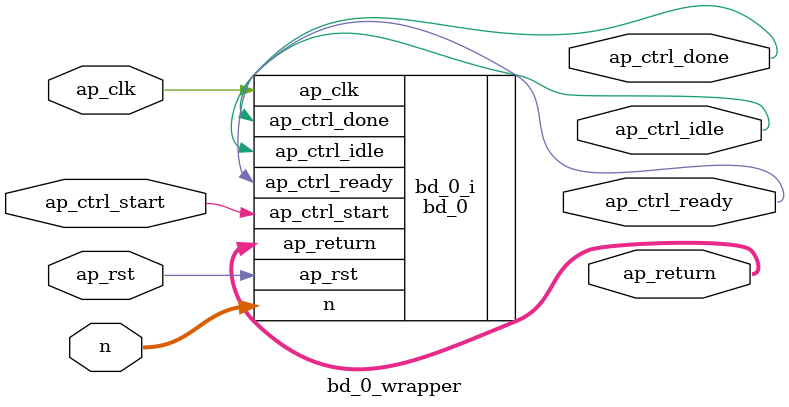
<source format=v>
`timescale 1 ps / 1 ps

module bd_0_wrapper
   (ap_clk,
    ap_ctrl_done,
    ap_ctrl_idle,
    ap_ctrl_ready,
    ap_ctrl_start,
    ap_return,
    ap_rst,
    n);
  input ap_clk;
  output ap_ctrl_done;
  output ap_ctrl_idle;
  output ap_ctrl_ready;
  input ap_ctrl_start;
  output [31:0]ap_return;
  input ap_rst;
  input [31:0]n;

  wire ap_clk;
  wire ap_ctrl_done;
  wire ap_ctrl_idle;
  wire ap_ctrl_ready;
  wire ap_ctrl_start;
  wire [31:0]ap_return;
  wire ap_rst;
  wire [31:0]n;

  bd_0 bd_0_i
       (.ap_clk(ap_clk),
        .ap_ctrl_done(ap_ctrl_done),
        .ap_ctrl_idle(ap_ctrl_idle),
        .ap_ctrl_ready(ap_ctrl_ready),
        .ap_ctrl_start(ap_ctrl_start),
        .ap_return(ap_return),
        .ap_rst(ap_rst),
        .n(n));
endmodule

</source>
